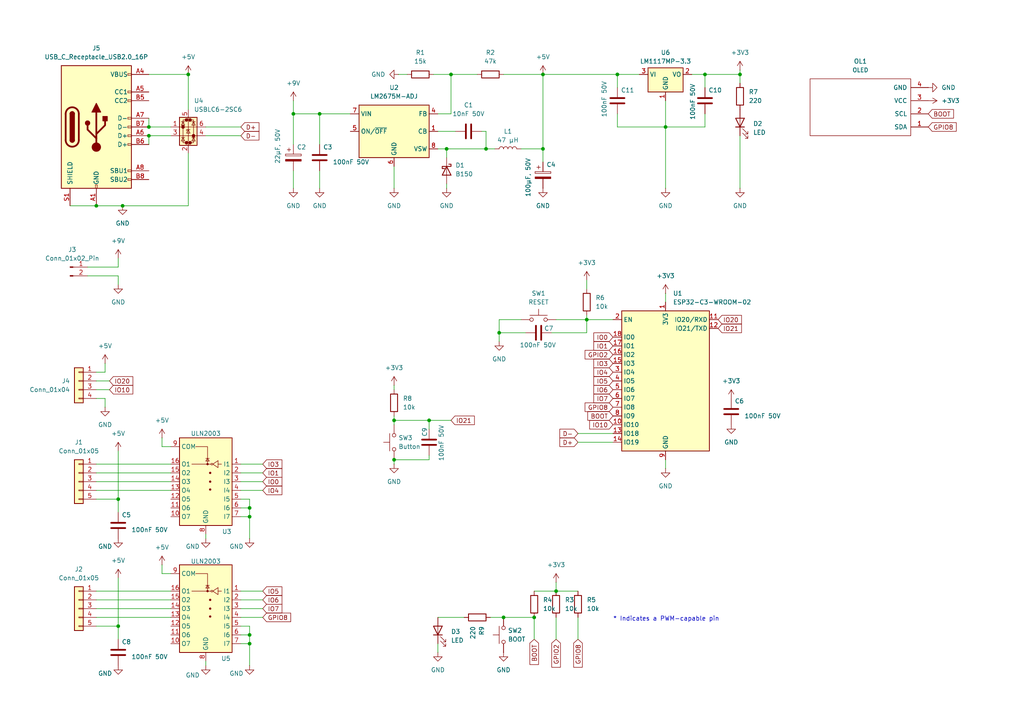
<source format=kicad_sch>
(kicad_sch (version 20250114) (generator "eeschema") (generator_version "9.0")
  (paper "A4")
  (title_block (title "Deine Mudder macht an Schaltplan") (date "2025-10-29"))
  (lib_symbols
    (symbol "Connector:Conn_01x02_Pin" (pin_names (offset 1.016) (hide yes))
      (property "Reference" "J" (at 0 2.54 0))
      (property "Value" "Conn_01x02_Pin" (at 0 -5.08 0))
      (symbol "Conn_01x02_Pin_1_1"
        (pin passive line (at 5.08 0 180) (length 3.81) (name "Pin_1") (number "1"))
        (pin passive line (at 5.08 -2.54 180) (length 3.81) (name "Pin_2") (number "2"))
      )
    )
    (symbol "Connector:USB_C_Receptacle_USB2.0_16P" (pin_names (offset 1.016))
      (property "Reference" "J" (at 0 22.225 0))
      (property "Value" "USB_C_Receptacle_USB2.0_16P" (at 0 19.685 0))
      (symbol "USB_C_Receptacle_USB2.0_16P_1_1"
        (pin passive line (at -7.62 -22.86 90) (length 5.08) (name "SHIELD") (number "S1"))
        (pin passive line (at 0 -22.86 90) (length 5.08) (name "GND") (number "A1"))
        (pin passive line (at 0 -22.86 90) (length 5.08) (hide yes) (name "GND") (number "A12"))
        (pin passive line (at 0 -22.86 90) (length 5.08) (hide yes) (name "GND") (number "B1"))
        (pin passive line (at 0 -22.86 90) (length 5.08) (hide yes) (name "GND") (number "B12"))
        (pin passive line (at 15.24 15.24 180) (length 5.08) (name "VBUS") (number "A4"))
        (pin passive line (at 15.24 15.24 180) (length 5.08) (hide yes) (name "VBUS") (number "A9"))
        (pin passive line (at 15.24 15.24 180) (length 5.08) (hide yes) (name "VBUS") (number "B4"))
        (pin passive line (at 15.24 15.24 180) (length 5.08) (hide yes) (name "VBUS") (number "B9"))
        (pin bidirectional line (at 15.24 10.16 180) (length 5.08) (name "CC1") (number "A5"))
        (pin bidirectional line (at 15.24 7.62 180) (length 5.08) (name "CC2") (number "B5"))
        (pin bidirectional line (at 15.24 2.54 180) (length 5.08) (name "D-") (number "A7"))
        (pin bidirectional line (at 15.24 0 180) (length 5.08) (name "D-") (number "B7"))
        (pin bidirectional line (at 15.24 -2.54 180) (length 5.08) (name "D+") (number "A6"))
        (pin bidirectional line (at 15.24 -5.08 180) (length 5.08) (name "D+") (number "B6"))
        (pin bidirectional line (at 15.24 -12.7 180) (length 5.08) (name "SBU1") (number "A8"))
        (pin bidirectional line (at 15.24 -15.24 180) (length 5.08) (name "SBU2") (number "B8"))
      )
    )
    (symbol "Connector_Generic:Conn_01x04" (pin_names (offset 1.016) (hide yes))
      (property "Reference" "J" (at 0 5.08 0))
      (property "Value" "Conn_01x04" (at 0 -7.62 0))
      (symbol "Conn_01x04_1_1"
        (pin passive line (at -5.08 2.54 0) (length 3.81) (name "Pin_1") (number "1"))
        (pin passive line (at -5.08 0 0) (length 3.81) (name "Pin_2") (number "2"))
        (pin passive line (at -5.08 -2.54 0) (length 3.81) (name "Pin_3") (number "3"))
        (pin passive line (at -5.08 -5.08 0) (length 3.81) (name "Pin_4") (number "4"))
      )
    )
    (symbol "Connector_Generic:Conn_01x05" (pin_names (offset 1.016) (hide yes))
      (property "Reference" "J" (at 0 7.62 0))
      (property "Value" "Conn_01x05" (at 0 -7.62 0))
      (symbol "Conn_01x05_1_1"
        (pin passive line (at -5.08 5.08 0) (length 3.81) (name "Pin_1") (number "1"))
        (pin passive line (at -5.08 2.54 0) (length 3.81) (name "Pin_2") (number "2"))
        (pin passive line (at -5.08 0 0) (length 3.81) (name "Pin_3") (number "3"))
        (pin passive line (at -5.08 -2.54 0) (length 3.81) (name "Pin_4") (number "4"))
        (pin passive line (at -5.08 -5.08 0) (length 3.81) (name "Pin_5") (number "5"))
      )
    )
    (symbol "Device:C" (pin_numbers (hide yes)) (pin_names (offset 0.254))
      (property "Reference" "C" (at 0.635 2.54 0))
      (property "Value" "C" (at 0.635 -2.54 0))
      (symbol "C_1_1"
        (pin passive line (at 0 3.81 270) (length 2.794) (name "~") (number "1"))
        (pin passive line (at 0 -3.81 90) (length 2.794) (name "~") (number "2"))
      )
    )
    (symbol "Device:C_Polarized" (pin_numbers (hide yes)) (pin_names (offset 0.254))
      (property "Reference" "C" (at 0.635 2.54 0))
      (property "Value" "C_Polarized" (at 0.635 -2.54 0))
      (symbol "C_Polarized_1_1"
        (pin passive line (at 0 3.81 270) (length 2.794) (name "~") (number "1"))
        (pin passive line (at 0 -3.81 90) (length 2.794) (name "~") (number "2"))
      )
    )
    (symbol "Device:D_Schottky" (pin_numbers (hide yes)) (pin_names (offset 1.016) (hide yes))
      (property "Reference" "D" (at 0 2.54 0))
      (property "Value" "D_Schottky" (at 0 -2.54 0))
      (symbol "D_Schottky_1_1"
        (pin passive line (at -3.81 0 0) (length 2.54) (name "K") (number "1"))
        (pin passive line (at 3.81 0 180) (length 2.54) (name "A") (number "2"))
      )
    )
    (symbol "Device:L" (pin_numbers (hide yes)) (pin_names (offset 1.016) (hide yes))
      (property "Reference" "L" (at -1.27 0 90))
      (property "Value" "L" (at 1.905 0 90))
      (symbol "L_1_1"
        (pin passive line (at 0 3.81 270) (length 1.27) (name "1") (number "1"))
        (pin passive line (at 0 -3.81 90) (length 1.27) (name "2") (number "2"))
      )
    )
    (symbol "Device:LED" (pin_numbers (hide yes)) (pin_names (offset 1.016) (hide yes))
      (property "Reference" "D" (at 0 2.54 0))
      (property "Value" "LED" (at 0 -2.54 0))
      (symbol "LED_1_1"
        (pin passive line (at -3.81 0 0) (length 2.54) (name "K") (number "1"))
        (pin passive line (at 3.81 0 180) (length 2.54) (name "A") (number "2"))
      )
    )
    (symbol "Device:R" (pin_numbers (hide yes)) (pin_names (offset 0))
      (property "Reference" "R" (at 2.032 0 90))
      (property "Value" "R" (at 0 0 90))
      (symbol "R_1_1"
        (pin passive line (at 0 3.81 270) (length 1.27) (name "~") (number "1"))
        (pin passive line (at 0 -3.81 90) (length 1.27) (name "~") (number "2"))
      )
    )
    (symbol "Power_Protection:USBLC6-2SC6" (pin_names (hide yes))
      (property "Reference" "U" (at 0.635 5.715 0))
      (property "Value" "USBLC6-2SC6" (at 0.635 3.81 0))
      (symbol "USBLC6-2SC6_1_1"
        (pin passive line (at -5.08 0 0) (length 2.54) (name "I/O1") (number "1"))
        (pin passive line (at -5.08 -2.54 0) (length 2.54) (name "I/O2") (number "3"))
        (pin passive line (at 0 5.08 270) (length 2.54) (name "VBUS") (number "5"))
        (pin passive line (at 0 -7.62 90) (length 2.54) (name "GND") (number "2"))
        (pin passive line (at 5.08 0 180) (length 2.54) (name "I/O1") (number "6"))
        (pin passive line (at 5.08 -2.54 180) (length 2.54) (name "I/O2") (number "4"))
      )
    )
    (symbol "RF_Module:ESP32-C3-WROOM-02"
      (property "Reference" "U" (at -12.192 21.336 0))
      (property "Value" "ESP32-C3-WROOM-02" (at 12.192 21.336 0))
      (symbol "ESP32-C3-WROOM-02_1_1"
        (pin input line (at -15.24 17.78 0) (length 2.54) (name "EN") (number "2"))
        (pin bidirectional line (at -15.24 12.7 0) (length 2.54) (name "IO0") (number "18"))
        (pin bidirectional line (at -15.24 10.16 0) (length 2.54) (name "IO1") (number "17"))
        (pin bidirectional line (at -15.24 7.62 0) (length 2.54) (name "IO2") (number "16"))
        (pin bidirectional line (at -15.24 5.08 0) (length 2.54) (name "IO3") (number "15"))
        (pin bidirectional line (at -15.24 2.54 0) (length 2.54) (name "IO4") (number "3"))
        (pin bidirectional line (at -15.24 0 0) (length 2.54) (name "IO5") (number "4"))
        (pin bidirectional line (at -15.24 -2.54 0) (length 2.54) (name "IO6") (number "5"))
        (pin bidirectional line (at -15.24 -5.08 0) (length 2.54) (name "IO7") (number "6"))
        (pin bidirectional line (at -15.24 -7.62 0) (length 2.54) (name "IO8") (number "7"))
        (pin bidirectional line (at -15.24 -10.16 0) (length 2.54) (name "IO9") (number "8"))
        (pin bidirectional line (at -15.24 -12.7 0) (length 2.54) (name "IO10") (number "10"))
        (pin bidirectional line (at -15.24 -15.24 0) (length 2.54) (name "IO18") (number "13"))
        (pin bidirectional line (at -15.24 -17.78 0) (length 2.54) (name "IO19") (number "14"))
        (pin power_in line (at 0 22.86 270) (length 2.54) (name "3V3") (number "1"))
        (pin passive line (at 0 -22.86 90) (length 2.54) (hide yes) (name "GND") (number "19"))
        (pin power_in line (at 0 -22.86 90) (length 2.54) (name "GND") (number "9"))
        (pin bidirectional line (at 15.24 17.78 180) (length 2.54) (name "IO20/RXD") (number "11"))
        (pin bidirectional line (at 15.24 15.24 180) (length 2.54) (name "IO21/TXD") (number "12"))
      )
    )
    (symbol "Regulator_Linear:LM1117MP-3.3"
      (property "Reference" "U" (at -3.81 3.175 0))
      (property "Value" "LM1117MP-3.3" (at 0 3.175 0))
      (symbol "LM1117MP-3.3_1_1"
        (pin power_in line (at -7.62 0 0) (length 2.54) (name "VI") (number "3"))
        (pin power_in line (at 0 -7.62 90) (length 2.54) (name "GND") (number "1"))
        (pin power_out line (at 7.62 0 180) (length 2.54) (name "VO") (number "2"))
      )
    )
    (symbol "Regulator_Switching:LM2675M-ADJ"
      (property "Reference" "U" (at -10.16 8.89 0))
      (property "Value" "LM2675M-ADJ" (at 0 8.89 0))
      (symbol "LM2675M-ADJ_1_1"
        (pin power_in line (at -12.7 5.08 0) (length 2.54) (name "VIN") (number "7"))
        (pin input line (at -12.7 0 0) (length 2.54) (name "ON/~{OFF}") (number "5"))
        (pin no_connect line (at -10.16 -2.54 0) (length 2.54) (hide yes) (name "NC") (number "2"))
        (pin no_connect line (at -10.16 -5.08 0) (length 2.54) (hide yes) (name "NC") (number "3"))
        (pin power_in line (at 0 -10.16 90) (length 2.54) (name "GND") (number "6"))
        (pin input line (at 12.7 5.08 180) (length 2.54) (name "FB") (number "4"))
        (pin input line (at 12.7 0 180) (length 2.54) (name "CB") (number "1"))
        (pin output line (at 12.7 -5.08 180) (length 2.54) (name "VSW") (number "8"))
      )
    )
    (symbol "Switch:SW_Push" (pin_numbers (hide yes)) (pin_names (offset 1.016) (hide yes))
      (property "Reference" "SW" (at 1.27 2.54 0))
      (property "Value" "SW_Push" (at 0 -1.524 0))
      (symbol "SW_Push_0_1"
        (pin passive line (at -5.08 0 0) (length 2.54) (name "1") (number "1"))
        (pin passive line (at 5.08 0 180) (length 2.54) (name "2") (number "2"))
      )
    )
    (symbol "Transistor_Array:ULN2003"
      (property "Reference" "U" (at 0 15.875 0))
      (property "Value" "ULN2003" (at 0 13.97 0))
      (symbol "ULN2003_1_1"
        (pin input line (at -10.16 5.08 0) (length 2.54) (name "I1") (number "1"))
        (pin input line (at -10.16 2.54 0) (length 2.54) (name "I2") (number "2"))
        (pin input line (at -10.16 0 0) (length 2.54) (name "I3") (number "3"))
        (pin input line (at -10.16 -2.54 0) (length 2.54) (name "I4") (number "4"))
        (pin input line (at -10.16 -5.08 0) (length 2.54) (name "I5") (number "5"))
        (pin input line (at -10.16 -7.62 0) (length 2.54) (name "I6") (number "6"))
        (pin input line (at -10.16 -10.16 0) (length 2.54) (name "I7") (number "7"))
        (pin power_in line (at 0 -15.24 90) (length 2.54) (name "GND") (number "8"))
        (pin passive line (at 10.16 10.16 180) (length 2.54) (name "COM") (number "9"))
        (pin open_collector line (at 10.16 5.08 180) (length 2.54) (name "O1") (number "16"))
        (pin open_collector line (at 10.16 2.54 180) (length 2.54) (name "O2") (number "15"))
        (pin open_collector line (at 10.16 0 180) (length 2.54) (name "O3") (number "14"))
        (pin open_collector line (at 10.16 -2.54 180) (length 2.54) (name "O4") (number "13"))
        (pin open_collector line (at 10.16 -5.08 180) (length 2.54) (name "O5") (number "12"))
        (pin open_collector line (at 10.16 -7.62 180) (length 2.54) (name "O6") (number "11"))
        (pin open_collector line (at 10.16 -10.16 180) (length 2.54) (name "O7") (number "10"))
      )
    )
    (symbol "kbd:OLED" (pin_names (offset 1.016))
      (property "Reference" "OL" (at 0 2.54 0))
      (property "Value" "OLED" (at 0 -1.27 0))
      (symbol "OLED_1_1"
        (pin bidirectional line (at -19.05 6.35 0) (length 5.08) (name "SDA") (number "1"))
        (pin bidirectional line (at -19.05 2.54 0) (length 5.08) (name "SCL") (number "2"))
        (pin power_in line (at -19.05 -1.27 0) (length 5.08) (name "VCC") (number "3"))
        (pin power_in line (at -19.05 -5.08 0) (length 5.08) (name "GND") (number "4"))
      )
    )
    (symbol "power:+24V" (power) (pin_numbers (hide yes)) (pin_names (offset 0) (hide yes))
      (property "Value" "+24V" (at 0 3.556 0))
      (symbol "+24V_1_1"
        (pin power_in line (at 0 0 90) (length 0) (name "~") (number "1"))
      )
    )
    (symbol "power:+3V3" (power) (pin_numbers (hide yes)) (pin_names (offset 0) (hide yes))
      (property "Value" "+3V3" (at 0 3.556 0))
      (symbol "+3V3_1_1"
        (pin power_in line (at 0 0 90) (length 0) (name "~") (number "1"))
      )
    )
    (symbol "power:GND" (power) (pin_numbers (hide yes)) (pin_names (offset 0) (hide yes))
      (property "Value" "GND" (at 0 -3.81 0))
      (symbol "GND_1_1"
        (pin power_in line (at 0 0 270) (length 0) (name "~") (number "1"))
      )
    )
  )
  (text "* Indicates a PWM-capable pin" (at 177.8 180.34 0) (effects (font (size 1.27 1.27)) (justify left bottom)))
  (junction (at 146.05 179.07))
  (junction (at 204.47 21.59))
  (junction (at 72.39 184.15))
  (junction (at 157.48 43.18))
  (junction (at 85.09 33.02))
  (junction (at 193.04 36.83))
  (junction (at 114.3 121.92))
  (junction (at 179.07 21.59))
  (junction (at 43.18 36.83))
  (junction (at 43.18 39.37))
  (junction (at 129.54 43.18))
  (junction (at 34.29 181.61))
  (junction (at 92.71 33.02))
  (junction (at 27.94 59.69))
  (junction (at 35.56 59.69))
  (junction (at 72.39 186.69))
  (junction (at 154.94 179.07))
  (junction (at 54.61 21.59))
  (junction (at 214.63 21.59))
  (junction (at 157.48 21.59))
  (junction (at 72.39 147.32))
  (junction (at 114.3 133.35))
  (junction (at 140.97 43.18))
  (junction (at 130.81 21.59))
  (junction (at 34.29 144.78))
  (junction (at 144.78 96.52))
  (junction (at 170.18 92.71))
  (junction (at 124.46 121.92))
  (junction (at 161.29 171.45))
  (junction (at 72.39 149.86))
  (wire (pts (xy 69.85 176.53) (xy 76.2 176.53)))
  (wire (pts (xy 179.07 36.83) (xy 193.04 36.83)))
  (wire (pts (xy 114.3 133.35) (xy 124.46 133.35)))
  (wire (pts (xy 34.29 77.47) (xy 34.29 74.93)))
  (wire (pts (xy 25.4 80.01) (xy 34.29 80.01)))
  (wire (pts (xy 69.85 184.15) (xy 72.39 184.15)))
  (wire (pts (xy 85.09 41.91) (xy 85.09 33.02)))
  (wire (pts (xy 69.85 147.32) (xy 72.39 147.32)))
  (wire (pts (xy 124.46 121.92) (xy 130.81 121.92)))
  (wire (pts (xy 35.56 59.69) (xy 54.61 59.69)))
  (wire (pts (xy 30.48 118.11) (xy 30.48 115.57)))
  (wire (pts (xy 27.94 179.07) (xy 49.53 179.07)))
  (wire (pts (xy 46.99 129.54) (xy 46.99 127)))
  (wire (pts (xy 72.39 149.86) (xy 72.39 156.21)))
  (wire (pts (xy 160.02 96.52) (xy 170.18 96.52)))
  (wire (pts (xy 27.94 137.16) (xy 49.53 137.16)))
  (wire (pts (xy 204.47 21.59) (xy 204.47 25.4)))
  (wire (pts (xy 92.71 54.61) (xy 92.71 49.53)))
  (wire (pts (xy 34.29 144.78) (xy 34.29 148.59)))
  (wire (pts (xy 34.29 80.01) (xy 34.29 82.55)))
  (wire (pts (xy 193.04 36.83) (xy 193.04 54.61)))
  (wire (pts (xy 46.99 166.37) (xy 46.99 163.83)))
  (wire (pts (xy 170.18 96.52) (xy 170.18 92.71)))
  (wire (pts (xy 146.05 179.07) (xy 154.94 179.07)))
  (wire (pts (xy 34.29 144.78) (xy 34.29 130.81)))
  (wire (pts (xy 214.63 21.59) (xy 214.63 24.13)))
  (wire (pts (xy 27.94 142.24) (xy 49.53 142.24)))
  (wire (pts (xy 127 179.07) (xy 134.62 179.07)))
  (wire (pts (xy 49.53 134.62) (xy 27.94 134.62)))
  (wire (pts (xy 179.07 21.59) (xy 185.42 21.59)))
  (wire (pts (xy 161.29 92.71) (xy 170.18 92.71)))
  (wire (pts (xy 54.61 59.69) (xy 54.61 44.45)))
  (wire (pts (xy 85.09 29.21) (xy 85.09 33.02)))
  (wire (pts (xy 157.48 21.59) (xy 179.07 21.59)))
  (wire (pts (xy 43.18 36.83) (xy 49.53 36.83)))
  (wire (pts (xy 204.47 21.59) (xy 214.63 21.59)))
  (wire (pts (xy 43.18 39.37) (xy 43.18 41.91)))
  (wire (pts (xy 161.29 168.91) (xy 161.29 171.45)))
  (wire (pts (xy 69.85 144.78) (xy 72.39 144.78)))
  (wire (pts (xy 193.04 135.89) (xy 193.04 133.35)))
  (wire (pts (xy 72.39 147.32) (xy 72.39 149.86)))
  (wire (pts (xy 125.73 21.59) (xy 130.81 21.59)))
  (wire (pts (xy 59.69 193.04) (xy 59.69 191.77)))
  (wire (pts (xy 30.48 105.41) (xy 30.48 107.95)))
  (wire (pts (xy 27.94 139.7) (xy 49.53 139.7)))
  (wire (pts (xy 69.85 181.61) (xy 72.39 181.61)))
  (wire (pts (xy 43.18 34.29) (xy 43.18 36.83)))
  (wire (pts (xy 157.48 46.99) (xy 157.48 43.18)))
  (wire (pts (xy 129.54 54.61) (xy 129.54 53.34)))
  (wire (pts (xy 59.69 156.21) (xy 59.69 154.94)))
  (wire (pts (xy 170.18 81.28) (xy 170.18 83.82)))
  (wire (pts (xy 69.85 179.07) (xy 76.2 179.07)))
  (wire (pts (xy 129.54 45.72) (xy 129.54 43.18)))
  (wire (pts (xy 69.85 186.69) (xy 72.39 186.69)))
  (wire (pts (xy 115.57 21.59) (xy 118.11 21.59)))
  (wire (pts (xy 193.04 85.09) (xy 193.04 87.63)))
  (wire (pts (xy 167.64 125.73) (xy 177.8 125.73)))
  (wire (pts (xy 85.09 54.61) (xy 85.09 49.53)))
  (wire (pts (xy 92.71 41.91) (xy 92.71 33.02)))
  (wire (pts (xy 69.85 139.7) (xy 76.2 139.7)))
  (wire (pts (xy 72.39 144.78) (xy 72.39 147.32)))
  (wire (pts (xy 152.4 96.52) (xy 144.78 96.52)))
  (wire (pts (xy 154.94 171.45) (xy 161.29 171.45)))
  (wire (pts (xy 157.48 43.18) (xy 151.13 43.18)))
  (wire (pts (xy 151.13 92.71) (xy 144.78 92.71)))
  (wire (pts (xy 31.75 110.49) (xy 27.94 110.49)))
  (wire (pts (xy 179.07 25.4) (xy 179.07 21.59)))
  (wire (pts (xy 92.71 33.02) (xy 101.6 33.02)))
  (wire (pts (xy 34.29 181.61) (xy 34.29 185.42)))
  (wire (pts (xy 114.3 120.65) (xy 114.3 121.92)))
  (wire (pts (xy 27.94 59.69) (xy 35.56 59.69)))
  (wire (pts (xy 140.97 43.18) (xy 129.54 43.18)))
  (wire (pts (xy 59.69 39.37) (xy 69.85 39.37)))
  (wire (pts (xy 59.69 36.83) (xy 69.85 36.83)))
  (wire (pts (xy 124.46 132.08) (xy 124.46 133.35)))
  (wire (pts (xy 114.3 123.19) (xy 114.3 121.92)))
  (wire (pts (xy 85.09 33.02) (xy 92.71 33.02)))
  (wire (pts (xy 204.47 36.83) (xy 204.47 33.02)))
  (wire (pts (xy 49.53 129.54) (xy 46.99 129.54)))
  (wire (pts (xy 72.39 184.15) (xy 72.39 186.69)))
  (wire (pts (xy 161.29 171.45) (xy 167.64 171.45)))
  (wire (pts (xy 140.97 38.1) (xy 140.97 43.18)))
  (wire (pts (xy 179.07 33.02) (xy 179.07 36.83)))
  (wire (pts (xy 43.18 39.37) (xy 49.53 39.37)))
  (wire (pts (xy 214.63 20.32) (xy 214.63 21.59)))
  (wire (pts (xy 127 189.23) (xy 127 186.69)))
  (wire (pts (xy 157.48 21.59) (xy 157.48 43.18)))
  (wire (pts (xy 27.94 144.78) (xy 34.29 144.78)))
  (wire (pts (xy 69.85 149.86) (xy 72.39 149.86)))
  (wire (pts (xy 130.81 21.59) (xy 138.43 21.59)))
  (wire (pts (xy 170.18 91.44) (xy 170.18 92.71)))
  (wire (pts (xy 69.85 134.62) (xy 76.2 134.62)))
  (wire (pts (xy 124.46 121.92) (xy 124.46 124.46)))
  (wire (pts (xy 69.85 173.99) (xy 76.2 173.99)))
  (wire (pts (xy 146.05 21.59) (xy 157.48 21.59)))
  (wire (pts (xy 114.3 54.61) (xy 114.3 48.26)))
  (wire (pts (xy 72.39 181.61) (xy 72.39 184.15)))
  (wire (pts (xy 167.64 128.27) (xy 177.8 128.27)))
  (wire (pts (xy 20.32 59.69) (xy 27.94 59.69)))
  (wire (pts (xy 69.85 137.16) (xy 76.2 137.16)))
  (wire (pts (xy 27.94 173.99) (xy 49.53 173.99)))
  (wire (pts (xy 130.81 33.02) (xy 130.81 21.59)))
  (wire (pts (xy 69.85 142.24) (xy 76.2 142.24)))
  (wire (pts (xy 144.78 92.71) (xy 144.78 96.52)))
  (wire (pts (xy 31.75 113.03) (xy 27.94 113.03)))
  (wire (pts (xy 69.85 171.45) (xy 76.2 171.45)))
  (wire (pts (xy 27.94 176.53) (xy 49.53 176.53)))
  (wire (pts (xy 167.64 185.42) (xy 167.64 179.07)))
  (wire (pts (xy 142.24 179.07) (xy 146.05 179.07)))
  (wire (pts (xy 27.94 181.61) (xy 34.29 181.61)))
  (wire (pts (xy 43.18 21.59) (xy 54.61 21.59)))
  (wire (pts (xy 139.7 38.1) (xy 140.97 38.1)))
  (wire (pts (xy 114.3 111.76) (xy 114.3 113.03)))
  (wire (pts (xy 127 38.1) (xy 132.08 38.1)))
  (wire (pts (xy 114.3 121.92) (xy 124.46 121.92)))
  (wire (pts (xy 34.29 181.61) (xy 34.29 167.64)))
  (wire (pts (xy 154.94 179.07) (xy 154.94 185.42)))
  (wire (pts (xy 27.94 171.45) (xy 49.53 171.45)))
  (wire (pts (xy 54.61 21.59) (xy 54.61 31.75)))
  (wire (pts (xy 193.04 29.21) (xy 193.04 36.83)))
  (wire (pts (xy 114.3 134.62) (xy 114.3 133.35)))
  (wire (pts (xy 193.04 36.83) (xy 204.47 36.83)))
  (wire (pts (xy 214.63 39.37) (xy 214.63 54.61)))
  (wire (pts (xy 30.48 115.57) (xy 27.94 115.57)))
  (wire (pts (xy 170.18 92.71) (xy 177.8 92.71)))
  (wire (pts (xy 129.54 43.18) (xy 127 43.18)))
  (wire (pts (xy 49.53 166.37) (xy 46.99 166.37)))
  (wire (pts (xy 72.39 186.69) (xy 72.39 193.04)))
  (wire (pts (xy 30.48 107.95) (xy 27.94 107.95)))
  (wire (pts (xy 200.66 21.59) (xy 204.47 21.59)))
  (wire (pts (xy 144.78 96.52) (xy 144.78 99.06)))
  (wire (pts (xy 143.51 43.18) (xy 140.97 43.18)))
  (wire (pts (xy 25.4 77.47) (xy 34.29 77.47)))
  (wire (pts (xy 127 33.02) (xy 130.81 33.02)))
  (wire (pts (xy 161.29 179.07) (xy 161.29 185.42)))
  (global_label "IO7" (shape input) (at 177.8 115.57 180) (property "Intersheetrefs" "${INTERSHEET_REFS}" (effects (hide yes))))
  (global_label "GPIO8" (shape input) (at 269.24 36.83 0) (property "Intersheetrefs" "${INTERSHEET_REFS}" (effects (hide yes))))
  (global_label "BOOT" (shape input) (at 154.94 185.42 270) (property "Intersheetrefs" "${INTERSHEET_REFS}" (effects (hide yes))))
  (global_label "D-" (shape input) (at 69.85 39.37 0) (property "Intersheetrefs" "${INTERSHEET_REFS}" (effects (hide yes))))
  (global_label "BOOT" (shape input) (at 269.24 33.02 0) (property "Intersheetrefs" "${INTERSHEET_REFS}" (effects (hide yes))))
  (global_label "BOOT" (shape input) (at 177.8 120.65 180) (property "Intersheetrefs" "${INTERSHEET_REFS}" (effects (hide yes))))
  (global_label "GPIO8" (shape input) (at 167.64 185.42 270) (property "Intersheetrefs" "${INTERSHEET_REFS}" (effects (hide yes))))
  (global_label "GPIO8" (shape input) (at 76.2 179.07 0) (property "Intersheetrefs" "${INTERSHEET_REFS}" (effects (hide yes))))
  (global_label "GPIO8" (shape input) (at 177.8 118.11 180) (property "Intersheetrefs" "${INTERSHEET_REFS}" (effects (hide yes))))
  (global_label "IO5" (shape input) (at 177.8 110.49 180) (property "Intersheetrefs" "${INTERSHEET_REFS}" (effects (hide yes))))
  (global_label "IO20" (shape input) (at 208.28 92.71 0) (property "Intersheetrefs" "${INTERSHEET_REFS}" (effects (hide yes))))
  (global_label "IO7" (shape input) (at 76.2 176.53 0) (property "Intersheetrefs" "${INTERSHEET_REFS}" (effects (hide yes))))
  (global_label "IO3" (shape input) (at 76.2 134.62 0) (property "Intersheetrefs" "${INTERSHEET_REFS}" (effects (hide yes))))
  (global_label "IO1" (shape input) (at 76.2 137.16 0) (property "Intersheetrefs" "${INTERSHEET_REFS}" (effects (hide yes))))
  (global_label "IO6" (shape input) (at 76.2 173.99 0) (property "Intersheetrefs" "${INTERSHEET_REFS}" (effects (hide yes))))
  (global_label "D+" (shape input) (at 167.64 128.27 180) (property "Intersheetrefs" "${INTERSHEET_REFS}" (effects (hide yes))))
  (global_label "IO20" (shape input) (at 31.75 110.49 0) (property "Intersheetrefs" "${INTERSHEET_REFS}" (effects (hide yes))))
  (global_label "D-" (shape input) (at 167.64 125.73 180) (property "Intersheetrefs" "${INTERSHEET_REFS}" (effects (hide yes))))
  (global_label "IO10" (shape input) (at 31.75 113.03 0) (property "Intersheetrefs" "${INTERSHEET_REFS}" (effects (hide yes))))
  (global_label "D+" (shape input) (at 69.85 36.83 0) (property "Intersheetrefs" "${INTERSHEET_REFS}" (effects (hide yes))))
  (global_label "IO21" (shape input) (at 130.81 121.92 0) (property "Intersheetrefs" "${INTERSHEET_REFS}" (effects (hide yes))))
  (global_label "IO21" (shape input) (at 208.28 95.25 0) (property "Intersheetrefs" "${INTERSHEET_REFS}" (effects (hide yes))))
  (global_label "IO6" (shape input) (at 177.8 113.03 180) (property "Intersheetrefs" "${INTERSHEET_REFS}" (effects (hide yes))))
  (global_label "GPIO2" (shape input) (at 161.29 185.42 270) (property "Intersheetrefs" "${INTERSHEET_REFS}" (effects (hide yes))))
  (global_label "IO3" (shape input) (at 177.8 105.41 180) (property "Intersheetrefs" "${INTERSHEET_REFS}" (effects (hide yes))))
  (global_label "IO0" (shape input) (at 76.2 139.7 0) (property "Intersheetrefs" "${INTERSHEET_REFS}" (effects (hide yes))))
  (global_label "IO4" (shape input) (at 76.2 142.24 0) (property "Intersheetrefs" "${INTERSHEET_REFS}" (effects (hide yes))))
  (global_label "IO4" (shape input) (at 177.8 107.95 180) (property "Intersheetrefs" "${INTERSHEET_REFS}" (effects (hide yes))))
  (global_label "IO0" (shape input) (at 177.8 97.79 180) (property "Intersheetrefs" "${INTERSHEET_REFS}" (effects (hide yes))))
  (global_label "GPIO2" (shape input) (at 177.8 102.87 180) (property "Intersheetrefs" "${INTERSHEET_REFS}" (effects (hide yes))))
  (global_label "IO5" (shape input) (at 76.2 171.45 0) (property "Intersheetrefs" "${INTERSHEET_REFS}" (effects (hide yes))))
  (global_label "IO1" (shape input) (at 177.8 100.33 180) (property "Intersheetrefs" "${INTERSHEET_REFS}" (effects (hide yes))))
  (global_label "IO10" (shape input) (at 177.8 123.19 180) (property "Intersheetrefs" "${INTERSHEET_REFS}" (effects (hide yes))))
  (symbol (lib_id "power:+24V") (at 85.09 29.21 0) (unit 1)
    (property "Reference" "#PWR08" (effects (hide yes)))
    (property "Value" "+9V" (at 85.09 24.13 0))
    (property "Description" "Power symbol creates a global label with name \"+24V\"" (effects (hide yes)))
  )
  (symbol (lib_id "Device:LED") (at 214.63 35.56 90) (unit 1)
    (property "Reference" "D2" (at 218.44 35.8774 90) (effects (justify right)))
    (property "Value" "LED" (at 218.44 38.4174 90) (effects (justify right)))
    (property "Footprint" "LED_SMD:LED_0805_2012Metric" (effects (hide yes)))
    (property "Description" "Light emitting diode" (effects (hide yes)))
    (property "Sim.Pins" "1=K 2=A" (effects (hide yes)))
  )
  (symbol (lib_id "power:GND") (at 34.29 82.55 0) (unit 1)
    (property "Reference" "#PWR027" (effects (hide yes)))
    (property "Value" "GND" (at 34.29 87.63 0))
    (property "Description" "Power symbol creates a global label with name \"GND\" , ground" (effects (hide yes)))
  )
  (symbol (lib_id "power:GND") (at 59.69 193.04 0) (unit 1)
    (property "Reference" "#PWR03" (effects (hide yes)))
    (property "Value" "GND" (at 55.88 195.834 0))
    (property "Description" "Power symbol creates a global label with name \"GND\" , ground" (effects (hide yes)))
  )
  (symbol (lib_id "Power_Protection:USBLC6-2SC6") (at 54.61 36.83 0) (unit 1)
    (property "Reference" "U4" (at 56.2611 29.21 0) (effects (justify left)))
    (property "Value" "USBLC6-2SC6" (at 56.2611 31.75 0) (effects (justify left)))
    (property "Footprint" "Package_TO_SOT_SMD:SOT-23-6" (effects (hide yes)))
    (property "Datasheet" "https://www.st.com/resource/en/datasheet/usblc6-2.pdf" (effects (hide yes)))
    (property "Description" "Very low capacitance ESD protection diode, 2 data-line, SOT-23-6" (effects (hide yes)))
  )
  (symbol (lib_id "power:GND") (at 146.05 189.23 0) (unit 1)
    (property "Reference" "#PWR025" (effects (hide yes)))
    (property "Value" "GND" (at 146.05 194.31 0))
    (property "Description" "Power symbol creates a global label with name \"GND\" , ground" (effects (hide yes)))
  )
  (symbol (lib_id "Device:C") (at 204.47 29.21 180) (unit 1)
    (property "Reference" "C10" (at 205.486 26.162 0) (effects (justify right)))
    (property "Value" "100nF 50V" (at 200.914 34.798 90) (effects (justify right)))
    (property "Footprint" "Capacitor_SMD:C_0805_2012Metric_Pad1.18x1.45mm_HandSolder" (effects (hide yes)))
    (property "Description" "Unpolarized capacitor" (effects (hide yes)))
  )
  (symbol (lib_id "power:GND") (at 35.56 59.69 0) (unit 1)
    (property "Reference" "#PWR031" (effects (hide yes)))
    (property "Value" "GND" (at 35.56 64.77 0))
    (property "Description" "Power symbol creates a global label with name \"GND\" , ground" (effects (hide yes)))
  )
  (symbol (lib_id "power:+3V3") (at 212.09 115.57 0) (unit 1)
    (property "Reference" "#PWR021" (effects (hide yes)))
    (property "Value" "+3V3" (at 212.09 110.49 0))
    (property "Description" "Power symbol creates a global label with name \"+3V3\"" (effects (hide yes)))
  )
  (symbol (lib_id "kbd:OLED") (at 250.19 30.48 180) (unit 1)
    (property "Reference" "OL1" (at 249.555 17.78 0) (effects (font (size 1.2954 1.2954))))
    (property "Value" "OLED" (at 249.555 20.32 0) (effects (font (size 1.1938 1.1938))))
    (property "Footprint" "kbd:OLED_128x64" (effects (hide yes)))
  )
  (symbol (lib_id "Switch:SW_Push") (at 146.05 184.15 90) (unit 1)
    (property "Reference" "SW2" (at 147.32 182.8799 90) (effects (justify right)))
    (property "Value" "BOOT" (at 147.32 185.4199 90) (effects (justify right)))
    (property "Footprint" "Button_Switch_SMD:SW_Push_1P1T_NO_CK_KSC7xxJ" (effects (hide yes)))
    (property "Description" "Push button switch, generic, two pins" (effects (hide yes)))
  )
  (symbol (lib_id "Device:R") (at 154.94 175.26 180) (unit 1)
    (property "Reference" "R4" (at 157.48 173.9899 0) (effects (justify right)))
    (property "Value" "10k" (at 157.48 176.5299 0) (effects (justify right)))
    (property "Footprint" "Resistor_SMD:R_0805_2012Metric_Pad1.20x1.40mm_HandSolder" (effects (hide yes)))
    (property "Description" "Resistor" (effects (hide yes)))
  )
  (symbol (lib_id "Device:C") (at 135.89 38.1 90) (unit 1)
    (property "Reference" "C1" (at 135.89 30.48 90))
    (property "Value" "10nF 50V" (at 135.89 33.02 90))
    (property "Footprint" "Capacitor_SMD:C_0805_2012Metric_Pad1.18x1.45mm_HandSolder" (effects (hide yes)))
    (property "Description" "Unpolarized capacitor" (effects (hide yes)))
  )
  (symbol (lib_id "Device:R") (at 142.24 21.59 90) (unit 1)
    (property "Reference" "R2" (at 142.24 15.24 90))
    (property "Value" "47k" (at 142.24 17.78 90))
    (property "Footprint" "Resistor_SMD:R_0805_2012Metric_Pad1.20x1.40mm_HandSolder" (effects (hide yes)))
    (property "Description" "Resistor" (effects (hide yes)))
  )
  (symbol (lib_id "Connector:Conn_01x02_Pin") (at 20.32 77.47 0) (unit 1)
    (property "Reference" "J3" (at 20.955 72.39 0))
    (property "Value" "Conn_01x02_Pin" (at 20.955 74.93 0))
    (property "Footprint" "Connector_JST:JST_XH_B2B-XH-A_1x02_P2.50mm_Vertical" (effects (hide yes)))
    (property "Description" "Generic connector, single row, 01x02, script generated" (effects (hide yes)))
  )
  (symbol (lib_id "Device:R") (at 138.43 179.07 90) (unit 1)
    (property "Reference" "R9" (at 139.7001 181.61 0) (effects (justify right)))
    (property "Value" "220" (at 137.1601 181.61 0) (effects (justify right)))
    (property "Footprint" "Resistor_SMD:R_0805_2012Metric_Pad1.20x1.40mm_HandSolder" (effects (hide yes)))
    (property "Description" "Resistor" (effects (hide yes)))
  )
  (symbol (lib_id "Device:L") (at 147.32 43.18 90) (unit 1)
    (property "Reference" "L1" (at 147.32 38.1 90))
    (property "Value" "47 µH" (at 147.32 40.64 90))
    (property "Footprint" "Inductor_SMD:L_Ferrocore_DLG-1004" (effects (hide yes)))
    (property "Datasheet" "https://www.reichelt.de/de/de/shop/produkt/chip-induktivitaet_pihv4119_47_h-255631" (effects (hide yes)))
    (property "Description" "Inductor" (effects (hide yes)))
  )
  (symbol (lib_id "power:GND") (at 269.24 25.4 90) (unit 1)
    (property "Reference" "#PWR028" (effects (hide yes)))
    (property "Value" "GND" (at 273.05 25.3999 90) (effects (justify right)))
    (property "Description" "Power symbol creates a global label with name \"GND\" , ground" (effects (hide yes)))
  )
  (symbol (lib_id "Device:C") (at 34.29 152.4 180) (unit 1)
    (property "Reference" "C5" (at 35.306 149.352 0) (effects (justify right)))
    (property "Value" "100nF 50V" (at 38.1 153.6699 0) (effects (justify right)))
    (property "Footprint" "Capacitor_SMD:C_0805_2012Metric_Pad1.18x1.45mm_HandSolder" (effects (hide yes)))
    (property "Description" "Unpolarized capacitor" (effects (hide yes)))
  )
  (symbol (lib_id "power:GND") (at 129.54 54.61 0) (unit 1)
    (property "Reference" "#PWR010" (effects (hide yes)))
    (property "Value" "GND" (at 129.54 59.69 0))
    (property "Description" "Power symbol creates a global label with name \"GND\" , ground" (effects (hide yes)))
  )
  (symbol (lib_id "power:+3V3") (at 161.29 168.91 0) (unit 1)
    (property "Reference" "#PWR024" (effects (hide yes)))
    (property "Value" "+3V3" (at 161.29 163.83 0))
    (property "Description" "Power symbol creates a global label with name \"+3V3\"" (effects (hide yes)))
  )
  (symbol (lib_id "RF_Module:ESP32-C3-WROOM-02") (at 193.04 110.49 0) (unit 1)
    (property "Reference" "U1" (at 195.1833 85.09 0) (effects (justify left)))
    (property "Value" "ESP32-C3-WROOM-02" (at 195.1833 87.63 0) (effects (justify left)))
    (property "Footprint" "RF_Module:ESP32-C3-WROOM-02" (effects (hide yes)))
    (property "Datasheet" "https://www.espressif.com/sites/default/files/documentation/esp32-c3-wroom-02_datasheet_en.pdf" (effects (hide yes)))
    (property "Description" "802.11 b/g/n Wi­Fi and Bluetooth 5 module, ESP32­C3 SoC, RISC­V microprocessor, On-board antenna" (effects (hide yes)))
  )
  (symbol (lib_id "Device:C") (at 212.09 119.38 180) (unit 1)
    (property "Reference" "C6" (at 213.106 116.332 0) (effects (justify right)))
    (property "Value" "100nF 50V" (at 215.9 120.6499 0) (effects (justify right)))
    (property "Footprint" "Capacitor_SMD:C_0805_2012Metric_Pad1.18x1.45mm_HandSolder" (effects (hide yes)))
    (property "Description" "Unpolarized capacitor" (effects (hide yes)))
  )
  (symbol (lib_id "Device:R") (at 114.3 116.84 180) (unit 1)
    (property "Reference" "R8" (at 116.84 115.5699 0) (effects (justify right)))
    (property "Value" "10k" (at 116.84 118.1099 0) (effects (justify right)))
    (property "Footprint" "Resistor_SMD:R_0805_2012Metric_Pad1.20x1.40mm_HandSolder" (effects (hide yes)))
    (property "Description" "Resistor" (effects (hide yes)))
  )
  (symbol (lib_id "Device:C") (at 179.07 29.21 180) (unit 1)
    (property "Reference" "C11" (at 180.086 26.162 0) (effects (justify right)))
    (property "Value" "100nF 50V" (at 175.26 34.036 90) (effects (justify right)))
    (property "Footprint" "Capacitor_SMD:C_0805_2012Metric_Pad1.18x1.45mm_HandSolder" (effects (hide yes)))
    (property "Description" "Unpolarized capacitor" (effects (hide yes)))
  )
  (symbol (lib_id "power:+3V3") (at 46.99 127 0) (unit 1)
    (property "Reference" "#PWR016" (effects (hide yes)))
    (property "Value" "+5V" (at 46.99 121.92 0))
    (property "Description" "Power symbol creates a global label with name \"+5V\"" (effects (hide yes)))
  )
  (symbol (lib_id "Switch:SW_Push") (at 114.3 128.27 90) (unit 1)
    (property "Reference" "SW3" (at 115.57 126.9999 90) (effects (justify right)))
    (property "Value" "Button" (at 115.57 129.5399 90) (effects (justify right)))
    (property "Footprint" "Button_Switch_SMD:SW_Push_1P1T_NO_CK_KSC7xxJ" (effects (hide yes)))
    (property "Description" "Push button switch, generic, two pins" (effects (hide yes)))
  )
  (symbol (lib_id "Device:C") (at 124.46 128.27 0) (unit 1)
    (property "Reference" "C9" (at 123.19 123.952 90) (effects (justify right)))
    (property "Value" "100nF 50V" (at 128.016 123.19 90) (effects (justify right)))
    (property "Footprint" "Capacitor_SMD:C_0805_2012Metric_Pad1.18x1.45mm_HandSolder" (effects (hide yes)))
    (property "Description" "Unpolarized capacitor" (effects (hide yes)))
  )
  (symbol (lib_id "Device:C_Polarized") (at 157.48 50.8 0) (unit 1)
    (property "Reference" "C4" (at 158.496 47.752 0) (effects (justify left)))
    (property "Value" "100µF, 50V" (at 153.162 57.15 90) (effects (justify left)))
    (property "Footprint" "Capacitor_SMD:CP_Elec_10x10.5" (effects (hide yes)))
    (property "Description" "Polarized capacitor" (effects (hide yes)))
  )
  (symbol (lib_id "power:GND") (at 212.09 123.19 0) (unit 1)
    (property "Reference" "#PWR022" (effects (hide yes)))
    (property "Value" "GND" (at 212.09 128.27 0))
    (property "Description" "Power symbol creates a global label with name \"GND\" , ground" (effects (hide yes)))
  )
  (symbol (lib_id "power:+3V3") (at 54.61 21.59 0) (unit 1)
    (property "Reference" "#PWR032" (effects (hide yes)))
    (property "Value" "+5V" (at 54.61 16.51 0))
    (property "Description" "Power symbol creates a global label with name \"+5V\"" (effects (hide yes)))
  )
  (symbol (lib_id "power:GND") (at 85.09 54.61 0) (unit 1)
    (property "Reference" "#PWR012" (effects (hide yes)))
    (property "Value" "GND" (at 85.09 59.69 0))
    (property "Description" "Power symbol creates a global label with name \"GND\" , ground" (effects (hide yes)))
  )
  (symbol (lib_id "power:+3V3") (at 34.29 130.81 0) (unit 1)
    (property "Reference" "#PWR04" (effects (hide yes)))
    (property "Value" "+5V" (at 34.29 125.73 0))
    (property "Description" "Power symbol creates a global label with name \"+5V\"" (effects (hide yes)))
  )
  (symbol (lib_id "Connector_Generic:Conn_01x05") (at 22.86 176.53 0) (mirror y) (unit 1)
    (property "Reference" "J2" (at 22.86 165.1 0))
    (property "Value" "Conn_01x05" (at 22.86 167.64 0))
    (property "Footprint" "Connector_JST:JST_XH_B5B-XH-A_1x05_P2.50mm_Vertical" (effects (hide yes)))
    (property "Description" "Generic connector, single row, 01x05, script generated (kicad-library-utils/schlib/autogen/connector/)" (effects (hide yes)))
  )
  (symbol (lib_id "Device:C") (at 34.29 189.23 180) (unit 1)
    (property "Reference" "C8" (at 35.306 186.182 0) (effects (justify right)))
    (property "Value" "100nF 50V" (at 38.1 190.4999 0) (effects (justify right)))
    (property "Footprint" "Capacitor_SMD:C_0805_2012Metric_Pad1.18x1.45mm_HandSolder" (effects (hide yes)))
    (property "Description" "Unpolarized capacitor" (effects (hide yes)))
  )
  (symbol (lib_id "Regulator_Linear:LM1117MP-3.3") (at 193.04 21.59 0) (unit 1)
    (property "Reference" "U6" (at 193.04 15.24 0))
    (property "Value" "LM1117MP-3.3" (at 193.04 17.78 0))
    (property "Footprint" "Package_TO_SOT_SMD:SOT-223-3_TabPin2" (effects (hide yes)))
    (property "Datasheet" "http://www.ti.com/lit/ds/symlink/lm1117.pdf" (effects (hide yes)))
    (property "Description" "800mA Low-Dropout Linear Regulator, 3.3V fixed output, SOT-223" (effects (hide yes)))
  )
  (symbol (lib_id "Connector_Generic:Conn_01x05") (at 22.86 139.7 0) (mirror y) (unit 1)
    (property "Reference" "J1" (at 22.86 128.27 0))
    (property "Value" "Conn_01x05" (at 22.86 130.81 0))
    (property "Footprint" "Connector_JST:JST_XH_B5B-XH-A_1x05_P2.50mm_Vertical" (effects (hide yes)))
    (property "Description" "Generic connector, single row, 01x05, script generated (kicad-library-utils/schlib/autogen/connector/)" (effects (hide yes)))
  )
  (symbol (lib_id "power:+3V3") (at 46.99 163.83 0) (unit 1)
    (property "Reference" "#PWR017" (effects (hide yes)))
    (property "Value" "+5V" (at 46.99 158.75 0))
    (property "Description" "Power symbol creates a global label with name \"+5V\"" (effects (hide yes)))
  )
  (symbol (lib_id "power:+24V") (at 34.29 74.93 0) (unit 1)
    (property "Reference" "#PWR020" (effects (hide yes)))
    (property "Value" "+9V" (at 34.29 69.85 0))
    (property "Description" "Power symbol creates a global label with name \"+24V\"" (effects (hide yes)))
  )
  (symbol (lib_id "power:GND") (at 115.57 21.59 270) (unit 1)
    (property "Reference" "#PWR015" (effects (hide yes)))
    (property "Value" "GND" (at 111.76 21.5899 90) (effects (justify right)))
    (property "Description" "Power symbol creates a global label with name \"GND\" , ground" (effects (hide yes)))
  )
  (symbol (lib_id "Device:R") (at 214.63 27.94 180) (unit 1)
    (property "Reference" "R7" (at 217.17 26.6699 0) (effects (justify right)))
    (property "Value" "220" (at 217.17 29.2099 0) (effects (justify right)))
    (property "Footprint" "Resistor_SMD:R_0805_2012Metric_Pad1.20x1.40mm_HandSolder" (effects (hide yes)))
    (property "Description" "Resistor" (effects (hide yes)))
  )
  (symbol (lib_id "Transistor_Array:ULN2003") (at 59.69 139.7 0) (mirror y) (unit 1)
    (property "Reference" "U3" (at 65.786 154.178 0))
    (property "Value" "ULN2003" (at 59.69 125.73 0))
    (property "Footprint" "Package_SO:SOIC-16_3.9x9.9mm_P1.27mm" (effects (hide yes)))
    (property "Datasheet" "http://www.ti.com/lit/ds/symlink/uln2003a.pdf" (effects (hide yes)))
    (property "Description" "High Voltage, High Current Darlington Transistor Arrays, SOIC16/SOIC16W/DIP16/TSSOP16" (effects (hide yes)))
  )
  (symbol (lib_id "Connector:USB_C_Receptacle_USB2.0_16P") (at 27.94 36.83 0) (unit 1)
    (property "Reference" "J5" (at 27.94 13.97 0))
    (property "Value" "USB_C_Receptacle_USB2.0_16P" (at 27.94 16.51 0))
    (property "Footprint" "Connector_USB:USB_C_Receptacle_GCT_USB4110" (effects (hide yes)))
    (property "Datasheet" "https://www.usb.org/sites/default/files/documents/usb_type-c.zip" (effects (hide yes)))
    (property "Description" "USB 2.0-only 16P Type-C Receptacle connector" (effects (hide yes)))
  )
  (symbol (lib_id "power:+3V3") (at 34.29 167.64 0) (unit 1)
    (property "Reference" "#PWR05" (effects (hide yes)))
    (property "Value" "+5V" (at 34.29 162.56 0))
    (property "Description" "Power symbol creates a global label with name \"+5V\"" (effects (hide yes)))
  )
  (symbol (lib_id "power:+3V3") (at 170.18 81.28 0) (unit 1)
    (property "Reference" "#PWR023" (effects (hide yes)))
    (property "Value" "+3V3" (at 170.18 76.2 0))
    (property "Description" "Power symbol creates a global label with name \"+3V3\"" (effects (hide yes)))
  )
  (symbol (lib_id "Device:D_Schottky") (at 129.54 49.53 270) (unit 1)
    (property "Reference" "D1" (at 132.08 47.9424 90) (effects (justify left)))
    (property "Value" "B150" (at 132.08 50.4824 90) (effects (justify left)))
    (property "Footprint" "Diode_SMD:D_SMA_Handsoldering" (effects (hide yes)))
    (property "Description" "Schottky diode" (effects (hide yes)))
  )
  (symbol (lib_id "power:GND") (at 34.29 156.21 0) (unit 1)
    (property "Reference" "#PWR018" (effects (hide yes)))
    (property "Value" "GND" (at 30.48 158.496 0))
    (property "Description" "Power symbol creates a global label with name \"GND\" , ground" (effects (hide yes)))
  )
  (symbol (lib_id "Device:C_Polarized") (at 85.09 45.72 0) (unit 1)
    (property "Reference" "C2" (at 86.106 42.672 0) (effects (justify left)))
    (property "Value" "22µF, 50V" (at 80.518 47.498 90) (effects (justify left)))
    (property "Footprint" "Capacitor_SMD:CP_Elec_6.3x5.8" (effects (hide yes)))
    (property "Description" "Polarized capacitor" (effects (hide yes)))
  )
  (symbol (lib_id "power:+3V3") (at 269.24 29.21 270) (unit 1)
    (property "Reference" "#PWR0101" (effects (hide yes)))
    (property "Value" "+3V3" (at 273.05 29.2099 90) (effects (justify left)))
    (property "Description" "Power symbol creates a global label with name \"+3V3\"" (effects (hide yes)))
  )
  (symbol (lib_id "power:+3V3") (at 193.04 85.09 0) (unit 1)
    (property "Reference" "#PWR06" (effects (hide yes)))
    (property "Value" "+3V3" (at 193.04 80.01 0))
    (property "Description" "Power symbol creates a global label with name \"+3V3\"" (effects (hide yes)))
  )
  (symbol (lib_id "Connector_Generic:Conn_01x04") (at 22.86 110.49 0) (mirror y) (unit 1)
    (property "Reference" "J4" (at 20.32 110.4899 0) (effects (justify left)))
    (property "Value" "Conn_01x04" (at 20.32 113.0299 0) (effects (justify left)))
    (property "Footprint" "Connector_PinSocket_2.54mm:PinSocket_1x04_P2.54mm_Vertical" (effects (hide yes)))
    (property "Description" "Generic connector, single row, 01x04, script generated (kicad-library-utils/schlib/autogen/connector/)" (effects (hide yes)))
  )
  (symbol (lib_id "power:GND") (at 30.48 118.11 0) (mirror y) (unit 1)
    (property "Reference" "#PWR035" (effects (hide yes)))
    (property "Value" "GND" (at 30.48 123.19 0))
    (property "Description" "Power symbol creates a global label with name \"GND\" , ground" (effects (hide yes)))
  )
  (symbol (lib_id "power:GND") (at 72.39 193.04 0) (unit 1)
    (property "Reference" "#PWR039" (effects (hide yes)))
    (property "Value" "GND" (at 68.58 195.326 0))
    (property "Description" "Power symbol creates a global label with name \"GND\" , ground" (effects (hide yes)))
  )
  (symbol (lib_id "power:GND") (at 114.3 134.62 0) (unit 1)
    (property "Reference" "#PWR030" (effects (hide yes)))
    (property "Value" "GND" (at 114.3 139.7 0))
    (property "Description" "Power symbol creates a global label with name \"GND\" , ground" (effects (hide yes)))
  )
  (symbol (lib_id "Device:LED") (at 127 182.88 90) (unit 1)
    (property "Reference" "D3" (at 130.81 183.1974 90) (effects (justify right)))
    (property "Value" "LED" (at 130.81 185.7374 90) (effects (justify right)))
    (property "Footprint" "LED_SMD:LED_0805_2012Metric" (effects (hide yes)))
    (property "Description" "Light emitting diode" (effects (hide yes)))
    (property "Sim.Pins" "1=K 2=A" (effects (hide yes)))
  )
  (symbol (lib_id "Transistor_Array:ULN2003") (at 59.69 176.53 0) (mirror y) (unit 1)
    (property "Reference" "U5" (at 65.532 191.008 0))
    (property "Value" "ULN2003" (at 59.69 162.814 0))
    (property "Footprint" "Package_SO:SOIC-16_3.9x9.9mm_P1.27mm" (effects (hide yes)))
    (property "Datasheet" "http://www.ti.com/lit/ds/symlink/uln2003a.pdf" (effects (hide yes)))
    (property "Description" "High Voltage, High Current Darlington Transistor Arrays, SOIC16/SOIC16W/DIP16/TSSOP16" (effects (hide yes)))
  )
  (symbol (lib_id "power:+3V3") (at 114.3 111.76 0) (unit 1)
    (property "Reference" "#PWR029" (effects (hide yes)))
    (property "Value" "+3V3" (at 114.3 106.68 0))
    (property "Description" "Power symbol creates a global label with name \"+3V3\"" (effects (hide yes)))
  )
  (symbol (lib_id "Device:R") (at 161.29 175.26 180) (unit 1)
    (property "Reference" "R3" (at 163.83 173.9899 0) (effects (justify right)))
    (property "Value" "10k" (at 163.83 176.5299 0) (effects (justify right)))
    (property "Footprint" "Resistor_SMD:R_0805_2012Metric_Pad1.20x1.40mm_HandSolder" (effects (hide yes)))
    (property "Description" "Resistor" (effects (hide yes)))
  )
  (symbol (lib_id "power:GND") (at 157.48 54.61 0) (unit 1)
    (property "Reference" "#PWR013" (effects (hide yes)))
    (property "Value" "GND" (at 157.48 59.69 0))
    (property "Description" "Power symbol creates a global label with name \"GND\" , ground" (effects (hide yes)))
  )
  (symbol (lib_id "Device:R") (at 170.18 87.63 180) (unit 1)
    (property "Reference" "R6" (at 172.72 86.3599 0) (effects (justify right)))
    (property "Value" "10k" (at 172.72 88.8999 0) (effects (justify right)))
    (property "Footprint" "Resistor_SMD:R_0805_2012Metric_Pad1.20x1.40mm_HandSolder" (effects (hide yes)))
    (property "Description" "Resistor" (effects (hide yes)))
  )
  (symbol (lib_id "power:GND") (at 114.3 54.61 0) (unit 1)
    (property "Reference" "#PWR09" (effects (hide yes)))
    (property "Value" "GND" (at 114.3 59.69 0))
    (property "Description" "Power symbol creates a global label with name \"GND\" , ground" (effects (hide yes)))
  )
  (symbol (lib_id "power:GND") (at 214.63 54.61 0) (unit 1)
    (property "Reference" "#PWR01" (effects (hide yes)))
    (property "Value" "GND" (at 214.63 59.69 0))
    (property "Description" "Power symbol creates a global label with name \"GND\" , ground" (effects (hide yes)))
  )
  (symbol (lib_id "power:GND") (at 72.39 156.21 0) (unit 1)
    (property "Reference" "#PWR038" (effects (hide yes)))
    (property "Value" "GND" (at 68.58 158.496 0))
    (property "Description" "Power symbol creates a global label with name \"GND\" , ground" (effects (hide yes)))
  )
  (symbol (lib_id "power:GND") (at 144.78 99.06 0) (unit 1)
    (property "Reference" "#PWR026" (effects (hide yes)))
    (property "Value" "GND" (at 144.78 104.14 0))
    (property "Description" "Power symbol creates a global label with name \"GND\" , ground" (effects (hide yes)))
  )
  (symbol (lib_id "power:+3V3") (at 157.48 21.59 0) (unit 1)
    (property "Reference" "#PWR014" (effects (hide yes)))
    (property "Value" "+5V" (at 157.48 16.51 0))
    (property "Description" "Power symbol creates a global label with name \"+5V\"" (effects (hide yes)))
  )
  (symbol (lib_id "Switch:SW_Push") (at 156.21 92.71 0) (unit 1)
    (property "Reference" "SW1" (at 156.21 85.09 0))
    (property "Value" "RESET" (at 156.21 87.63 0))
    (property "Footprint" "Button_Switch_SMD:SW_Push_1P1T_NO_CK_KSC7xxJ" (effects (hide yes)))
    (property "Description" "Push button switch, generic, two pins" (effects (hide yes)))
  )
  (symbol (lib_id "power:GND") (at 127 189.23 0) (unit 1)
    (property "Reference" "#PWR033" (effects (hide yes)))
    (property "Value" "GND" (at 127 194.31 0))
    (property "Description" "Power symbol creates a global label with name \"GND\" , ground" (effects (hide yes)))
  )
  (symbol (lib_id "power:GND") (at 193.04 54.61 0) (unit 1)
    (property "Reference" "#PWR036" (effects (hide yes)))
    (property "Value" "GND" (at 193.04 59.69 0))
    (property "Description" "Power symbol creates a global label with name \"GND\" , ground" (effects (hide yes)))
  )
  (symbol (lib_id "power:GND") (at 59.69 156.21 0) (unit 1)
    (property "Reference" "#PWR02" (effects (hide yes)))
    (property "Value" "GND" (at 55.88 158.496 0))
    (property "Description" "Power symbol creates a global label with name \"GND\" , ground" (effects (hide yes)))
  )
  (symbol (lib_id "Regulator_Switching:LM2675M-ADJ") (at 114.3 38.1 0) (unit 1)
    (property "Reference" "U2" (at 114.3 25.4 0))
    (property "Value" "LM2675M-ADJ" (at 114.3 27.94 0))
    (property "Footprint" "Package_SO:SOIC-8_3.9x4.9mm_P1.27mm" (effects (hide yes)))
    (property "Datasheet" "http://www.ti.com/lit/ds/symlink/lm2675.pdf" (effects (hide yes)))
    (property "Description" "Adjustable Output Voltage, 1A Step-Down Voltage Regulator, SO-8" (effects (hide yes)))
  )
  (symbol (lib_id "Device:R") (at 121.92 21.59 270) (unit 1)
    (property "Reference" "R1" (at 121.92 15.24 90))
    (property "Value" "15k" (at 121.92 17.78 90))
    (property "Footprint" "Resistor_SMD:R_0805_2012Metric_Pad1.20x1.40mm_HandSolder" (effects (hide yes)))
    (property "Description" "Resistor" (effects (hide yes)))
  )
  (symbol (lib_id "power:+3V3") (at 30.48 105.41 0) (mirror y) (unit 1)
    (property "Reference" "#PWR034" (effects (hide yes)))
    (property "Value" "+5V" (at 30.48 100.33 0))
    (property "Description" "Power symbol creates a global label with name \"+5V\"" (effects (hide yes)))
  )
  (symbol (lib_id "Device:R") (at 167.64 175.26 180) (unit 1)
    (property "Reference" "R5" (at 170.18 173.9899 0) (effects (justify right)))
    (property "Value" "10k" (at 170.18 176.5299 0) (effects (justify right)))
    (property "Footprint" "Resistor_SMD:R_0805_2012Metric_Pad1.20x1.40mm_HandSolder" (effects (hide yes)))
    (property "Description" "Resistor" (effects (hide yes)))
  )
  (symbol (lib_id "Device:C") (at 92.71 45.72 180) (unit 1)
    (property "Reference" "C3" (at 93.726 42.672 0) (effects (justify right)))
    (property "Value" "100nF 50V" (at 96.52 46.9899 0) (effects (justify right)))
    (property "Footprint" "Capacitor_SMD:C_0805_2012Metric_Pad1.18x1.45mm_HandSolder" (effects (hide yes)))
    (property "Description" "Unpolarized capacitor" (effects (hide yes)))
  )
  (symbol (lib_id "Device:C") (at 156.21 96.52 270) (unit 1)
    (property "Reference" "C7" (at 160.528 95.25 90) (effects (justify right)))
    (property "Value" "100nF 50V" (at 161.29 100.076 90) (effects (justify right)))
    (property "Footprint" "Capacitor_SMD:C_0805_2012Metric_Pad1.18x1.45mm_HandSolder" (effects (hide yes)))
    (property "Description" "Unpolarized capacitor" (effects (hide yes)))
  )
  (symbol (lib_id "power:GND") (at 92.71 54.61 0) (unit 1)
    (property "Reference" "#PWR011" (effects (hide yes)))
    (property "Value" "GND" (at 92.71 59.69 0))
    (property "Description" "Power symbol creates a global label with name \"GND\" , ground" (effects (hide yes)))
  )
  (symbol (lib_id "power:GND") (at 193.04 135.89 0) (unit 1)
    (property "Reference" "#PWR07" (effects (hide yes)))
    (property "Value" "GND" (at 193.04 140.97 0))
    (property "Description" "Power symbol creates a global label with name \"GND\" , ground" (effects (hide yes)))
  )
  (symbol (lib_id "power:+3V3") (at 214.63 20.32 0) (unit 1)
    (property "Reference" "#PWR037" (effects (hide yes)))
    (property "Value" "+3V3" (at 214.63 15.24 0))
    (property "Description" "Power symbol creates a global label with name \"+3V3\"" (effects (hide yes)))
  )
  (symbol (lib_id "power:GND") (at 34.29 193.04 0) (unit 1)
    (property "Reference" "#PWR019" (effects (hide yes)))
    (property "Value" "GND" (at 30.48 195.326 0))
    (property "Description" "Power symbol creates a global label with name \"GND\" , ground" (effects (hide yes)))
  )
)
</source>
